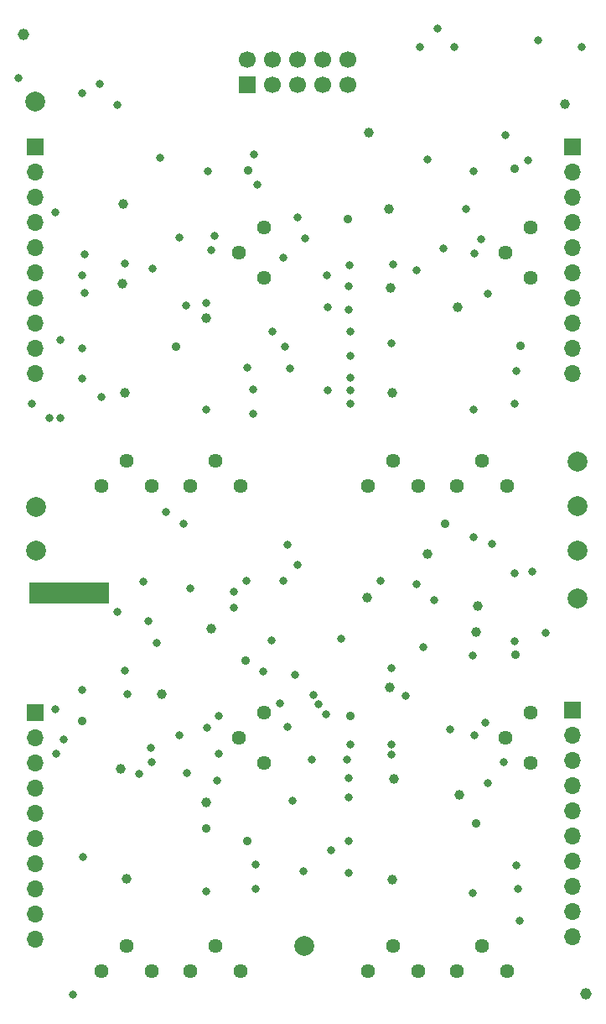
<source format=gbr>
%TF.GenerationSoftware,KiCad,Pcbnew,(6.0.11)*%
%TF.CreationDate,2023-01-29T14:48:06+00:00*%
%TF.ProjectId,Quadraphone,51756164-7261-4706-986f-6e652e6b6963,rev?*%
%TF.SameCoordinates,Original*%
%TF.FileFunction,Soldermask,Bot*%
%TF.FilePolarity,Negative*%
%FSLAX46Y46*%
G04 Gerber Fmt 4.6, Leading zero omitted, Abs format (unit mm)*
G04 Created by KiCad (PCBNEW (6.0.11)) date 2023-01-29 14:48:06*
%MOMM*%
%LPD*%
G01*
G04 APERTURE LIST*
%ADD10C,0.100000*%
%ADD11C,1.152000*%
%ADD12C,2.000000*%
%ADD13C,1.440000*%
%ADD14R,1.700000X1.700000*%
%ADD15C,1.700000*%
%ADD16O,1.700000X1.700000*%
%ADD17C,0.800000*%
%ADD18C,0.900000*%
%ADD19C,1.000000*%
G04 APERTURE END LIST*
%TO.C,FID1*%
G36*
X60200000Y-108900000D02*
G01*
X52200000Y-108900000D01*
X52200000Y-106900000D01*
X60200000Y-106900000D01*
X60200000Y-108900000D01*
G37*
D10*
X60200000Y-108900000D02*
X52200000Y-108900000D01*
X52200000Y-106900000D01*
X60200000Y-106900000D01*
X60200000Y-108900000D01*
%TD*%
D11*
%TO.C,REF\u002A\u002A*%
X108400000Y-148400000D03*
%TD*%
%TO.C,REF\u002A\u002A*%
X51600000Y-51600000D03*
%TD*%
D12*
%TO.C,TP6*%
X52800000Y-58400000D03*
%TD*%
D13*
%TO.C,HF_Track_Trim3*%
X68500000Y-146100000D03*
X71040000Y-143560000D03*
X73580000Y-146100000D03*
%TD*%
%TO.C,HF_Track_Trim1*%
X68500000Y-97200000D03*
X71040000Y-94660000D03*
X73580000Y-97200000D03*
%TD*%
%TO.C,Base_Freq_Trim4*%
X86400000Y-146100000D03*
X88940000Y-143560000D03*
X91480000Y-146100000D03*
%TD*%
%TO.C,Expo_Trim2*%
X102800000Y-76200000D03*
X100260000Y-73660000D03*
X102800000Y-71120000D03*
%TD*%
D12*
%TO.C,TP7*%
X52900000Y-103700000D03*
%TD*%
D13*
%TO.C,Base_Freq_Trim1*%
X59500000Y-97200000D03*
X62040000Y-94660000D03*
X64580000Y-97200000D03*
%TD*%
%TO.C,Expo_Trim3*%
X75900000Y-125100000D03*
X73360000Y-122560000D03*
X75900000Y-120020000D03*
%TD*%
D12*
%TO.C,TP5*%
X107600000Y-108500000D03*
%TD*%
D13*
%TO.C,Expo_Trim4*%
X102800000Y-125100000D03*
X100260000Y-122560000D03*
X102800000Y-120020000D03*
%TD*%
D12*
%TO.C,TP8*%
X107600000Y-103700000D03*
%TD*%
%TO.C,TP2*%
X107600000Y-94700000D03*
%TD*%
%TO.C,TP4*%
X80000000Y-143600000D03*
%TD*%
D13*
%TO.C,Base_Freq_Trim2*%
X86400000Y-97200000D03*
X88940000Y-94660000D03*
X91480000Y-97200000D03*
%TD*%
%TO.C,Expo_Trim1*%
X75900000Y-76200000D03*
X73360000Y-73660000D03*
X75900000Y-71120000D03*
%TD*%
%TO.C,Base_Freq_Trim3*%
X59500000Y-146100000D03*
X62040000Y-143560000D03*
X64580000Y-146100000D03*
%TD*%
D12*
%TO.C,TP3*%
X107600000Y-99200000D03*
%TD*%
D13*
%TO.C,HF_Track_Trim2*%
X95400000Y-97200000D03*
X97940000Y-94660000D03*
X100480000Y-97200000D03*
%TD*%
%TO.C,HF_Track_Trim4*%
X95400000Y-146100000D03*
X97940000Y-143560000D03*
X100480000Y-146100000D03*
%TD*%
D14*
%TO.C,J5*%
X74200000Y-56700000D03*
D15*
X74200000Y-54160000D03*
X76740000Y-56700000D03*
X76740000Y-54160000D03*
X79280000Y-56700000D03*
X79280000Y-54160000D03*
X81820000Y-56700000D03*
X81820000Y-54160000D03*
X84360000Y-56700000D03*
X84360000Y-54160000D03*
%TD*%
D12*
%TO.C,TP1*%
X52900000Y-99300000D03*
%TD*%
D14*
%TO.C,J4*%
X107100000Y-119800000D03*
D16*
X107100000Y-122340000D03*
X107100000Y-124880000D03*
X107100000Y-127420000D03*
X107100000Y-129960000D03*
X107100000Y-132500000D03*
X107100000Y-135040000D03*
X107100000Y-137580000D03*
X107100000Y-140120000D03*
X107100000Y-142660000D03*
%TD*%
D14*
%TO.C,J3*%
X52800000Y-120000000D03*
D16*
X52800000Y-122540000D03*
X52800000Y-125080000D03*
X52800000Y-127620000D03*
X52800000Y-130160000D03*
X52800000Y-132700000D03*
X52800000Y-135240000D03*
X52800000Y-137780000D03*
X52800000Y-140320000D03*
X52800000Y-142860000D03*
%TD*%
D14*
%TO.C,J2*%
X107100000Y-63000000D03*
D16*
X107100000Y-65540000D03*
X107100000Y-68080000D03*
X107100000Y-70620000D03*
X107100000Y-73160000D03*
X107100000Y-75700000D03*
X107100000Y-78240000D03*
X107100000Y-80780000D03*
X107100000Y-83320000D03*
X107100000Y-85860000D03*
%TD*%
D14*
%TO.C,J1*%
X52800000Y-63000000D03*
D16*
X52800000Y-65540000D03*
X52800000Y-68080000D03*
X52800000Y-70620000D03*
X52800000Y-73160000D03*
X52800000Y-75700000D03*
X52800000Y-78240000D03*
X52800000Y-80780000D03*
X52800000Y-83320000D03*
X52800000Y-85860000D03*
%TD*%
D17*
X51100000Y-56000000D03*
X59300000Y-56600000D03*
X68100000Y-126100000D03*
X95100000Y-52900000D03*
X101200000Y-106000000D03*
X92000000Y-113400000D03*
X97100000Y-65400000D03*
X94000000Y-73200000D03*
X80700000Y-124800000D03*
X83700000Y-112600000D03*
X75200000Y-66800000D03*
X75800000Y-115900000D03*
X67400000Y-72100000D03*
X74800000Y-89900000D03*
X57500000Y-57500000D03*
X84300000Y-124800000D03*
X98500000Y-127100000D03*
X65400000Y-64100000D03*
X101200000Y-112800000D03*
X103600000Y-52200000D03*
X66000000Y-99800000D03*
X74100000Y-106700000D03*
X97000000Y-114300000D03*
X79900000Y-136000000D03*
X97000000Y-138200000D03*
X54800000Y-69600000D03*
X70100000Y-89500000D03*
X98300000Y-121000000D03*
X65100000Y-113000000D03*
X54900000Y-124200000D03*
X75100000Y-137800000D03*
X92420023Y-64220023D03*
X97100000Y-89500000D03*
X97100000Y-102300000D03*
X78800000Y-128900000D03*
X57500000Y-117700000D03*
X70200000Y-65400000D03*
X93400000Y-51000000D03*
X98500000Y-77800000D03*
X61100000Y-58700000D03*
X70100000Y-78700000D03*
X70100000Y-138100000D03*
X100300000Y-61800000D03*
X91700000Y-52900000D03*
X101200000Y-88900000D03*
X90200000Y-118300000D03*
X93100000Y-108700000D03*
X108000000Y-52900000D03*
X102600000Y-64300000D03*
X63700000Y-106800000D03*
X57500000Y-75900000D03*
X101600000Y-137800000D03*
X71300000Y-120400000D03*
X103000000Y-105800000D03*
X74900000Y-63700000D03*
X101700000Y-141000000D03*
X72900000Y-109400000D03*
D18*
X67000000Y-83100000D03*
X101800000Y-83000000D03*
X94200000Y-101000000D03*
X70100000Y-131700000D03*
X97300000Y-131200000D03*
D17*
X67800000Y-101000000D03*
D18*
X74200000Y-133000000D03*
D19*
X65600000Y-118200000D03*
X88500000Y-69200000D03*
X61700000Y-68700000D03*
D17*
X62100000Y-118200000D03*
D19*
X88600000Y-117500000D03*
X61600000Y-76800000D03*
X86300000Y-108400000D03*
X70100000Y-80200000D03*
X70100000Y-129100000D03*
X97512500Y-109300000D03*
X89000000Y-126700000D03*
X95500000Y-79100000D03*
X95600000Y-128300000D03*
X88700000Y-77200000D03*
X106268750Y-58600000D03*
X92400000Y-104000000D03*
X61400000Y-125700000D03*
X61900000Y-87800000D03*
X97300000Y-111900000D03*
X62000000Y-136800000D03*
X70600000Y-111600000D03*
X88900000Y-87800000D03*
X86500000Y-61500000D03*
X88900000Y-136900000D03*
D17*
X78300000Y-103100000D03*
X74200000Y-85200000D03*
X78575500Y-85300000D03*
X101400000Y-135437738D03*
X75100000Y-135324500D03*
X101400000Y-85600000D03*
X55300000Y-90300000D03*
X57500000Y-83300000D03*
X78000000Y-83100000D03*
X88800000Y-82800000D03*
D18*
X84400000Y-70200000D03*
X74300000Y-65300000D03*
X74010756Y-114789244D03*
X101300000Y-114200000D03*
X101200000Y-65200000D03*
X57499312Y-120899312D03*
X84600000Y-120400000D03*
D17*
X76700000Y-112724500D03*
X79075500Y-116179791D03*
X61100000Y-109900000D03*
X63300000Y-126200000D03*
X88800000Y-124300000D03*
X91300000Y-75400000D03*
X78300000Y-121500000D03*
X64652451Y-75227852D03*
X77900000Y-74100000D03*
X64200000Y-110800000D03*
X64600000Y-125000000D03*
X91300000Y-107100000D03*
X79300000Y-70100000D03*
X94700000Y-121700000D03*
X70900000Y-71900000D03*
X70185350Y-121575500D03*
X97800000Y-72300000D03*
X79300000Y-105098062D03*
X97200000Y-122300000D03*
X67400000Y-122300000D03*
X77900000Y-106700000D03*
X97125652Y-73687174D03*
X70600000Y-73400000D03*
X80100000Y-72200000D03*
X61900000Y-74700000D03*
X88800000Y-123200000D03*
X88921767Y-74824500D03*
X80875500Y-118243082D03*
X82300000Y-75900000D03*
X64481868Y-123614805D03*
X57800000Y-77675500D03*
X84500000Y-126600000D03*
X54800000Y-119700000D03*
X84500000Y-77000000D03*
X57500000Y-86300000D03*
X57600000Y-134600000D03*
X84600000Y-86242898D03*
X82700000Y-133900000D03*
X84600000Y-88900000D03*
X59500000Y-88200000D03*
X56600000Y-148500000D03*
X52500000Y-88900000D03*
X71200000Y-126900000D03*
X82200000Y-120200000D03*
X71300000Y-124200000D03*
X61900000Y-115800000D03*
X100108761Y-125021904D03*
X84500000Y-133000000D03*
X84500000Y-136200000D03*
X84500000Y-128600000D03*
X88800000Y-115500000D03*
X82374001Y-79100000D03*
X68000000Y-79000000D03*
X87700000Y-106700000D03*
X104400000Y-112000000D03*
X84600000Y-84000000D03*
X84600000Y-87500000D03*
X84500000Y-79400000D03*
X96300000Y-69200000D03*
X84524500Y-74900000D03*
X55700000Y-122700000D03*
X57800000Y-73800000D03*
X84600000Y-123200000D03*
X82374001Y-87500000D03*
X74800000Y-87400000D03*
X77500000Y-119100000D03*
X81400000Y-119200000D03*
X54200000Y-90300000D03*
X55300000Y-82400000D03*
X76724500Y-81560742D03*
X84600000Y-81600000D03*
X68424500Y-107500000D03*
X72900000Y-107800000D03*
X98900000Y-103000000D03*
M02*

</source>
